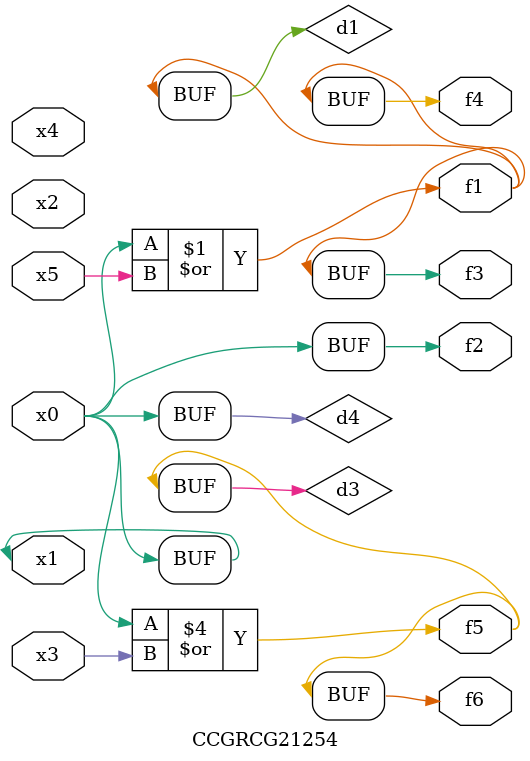
<source format=v>
module CCGRCG21254(
	input x0, x1, x2, x3, x4, x5,
	output f1, f2, f3, f4, f5, f6
);

	wire d1, d2, d3, d4;

	or (d1, x0, x5);
	xnor (d2, x1, x4);
	or (d3, x0, x3);
	buf (d4, x0, x1);
	assign f1 = d1;
	assign f2 = d4;
	assign f3 = d1;
	assign f4 = d1;
	assign f5 = d3;
	assign f6 = d3;
endmodule

</source>
